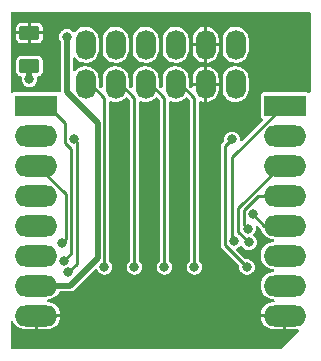
<source format=gbl>
G04 #@! TF.GenerationSoftware,KiCad,Pcbnew,7.0.10-unknown-1000.20240106gite38b948.fc38*
G04 #@! TF.CreationDate,2024-01-08T08:42:08+11:00*
G04 #@! TF.ProjectId,mikrobus-pmod-adapt,6d696b72-6f62-4757-932d-706d6f642d61,rev?*
G04 #@! TF.SameCoordinates,Original*
G04 #@! TF.FileFunction,Copper,L2,Bot*
G04 #@! TF.FilePolarity,Positive*
%FSLAX46Y46*%
G04 Gerber Fmt 4.6, Leading zero omitted, Abs format (unit mm)*
G04 Created by KiCad (PCBNEW 7.0.10-unknown-1000.20240106gite38b948.fc38) date 2024-01-08 08:42:08*
%MOMM*%
%LPD*%
G01*
G04 APERTURE LIST*
G04 Aperture macros list*
%AMRoundRect*
0 Rectangle with rounded corners*
0 $1 Rounding radius*
0 $2 $3 $4 $5 $6 $7 $8 $9 X,Y pos of 4 corners*
0 Add a 4 corners polygon primitive as box body*
4,1,4,$2,$3,$4,$5,$6,$7,$8,$9,$2,$3,0*
0 Add four circle primitives for the rounded corners*
1,1,$1+$1,$2,$3*
1,1,$1+$1,$4,$5*
1,1,$1+$1,$6,$7*
1,1,$1+$1,$8,$9*
0 Add four rect primitives between the rounded corners*
20,1,$1+$1,$2,$3,$4,$5,0*
20,1,$1+$1,$4,$5,$6,$7,0*
20,1,$1+$1,$6,$7,$8,$9,0*
20,1,$1+$1,$8,$9,$2,$3,0*%
G04 Aperture macros list end*
G04 #@! TA.AperFunction,ComponentPad*
%ADD10R,3.600000X1.800000*%
G04 #@! TD*
G04 #@! TA.AperFunction,ComponentPad*
%ADD11O,3.600000X1.800000*%
G04 #@! TD*
G04 #@! TA.AperFunction,ComponentPad*
%ADD12O,1.700000X2.540000*%
G04 #@! TD*
G04 #@! TA.AperFunction,SMDPad,CuDef*
%ADD13RoundRect,0.250000X0.625000X-0.375000X0.625000X0.375000X-0.625000X0.375000X-0.625000X-0.375000X0*%
G04 #@! TD*
G04 #@! TA.AperFunction,ViaPad*
%ADD14C,0.800000*%
G04 #@! TD*
G04 #@! TA.AperFunction,Conductor*
%ADD15C,0.500000*%
G04 #@! TD*
G04 #@! TA.AperFunction,Conductor*
%ADD16C,0.250000*%
G04 #@! TD*
G04 APERTURE END LIST*
D10*
G04 #@! TO.P,U1,A1,AN*
G04 #@! TO.N,/MD8*
X89470000Y-93650000D03*
D11*
G04 #@! TO.P,U1,A2,RST*
G04 #@! TO.N,/MD9*
X89470000Y-96190000D03*
G04 #@! TO.P,U1,A3,CS*
G04 #@! TO.N,/MD0*
X89470000Y-98730000D03*
G04 #@! TO.P,U1,A4,SCK*
G04 #@! TO.N,/MD3*
X89470000Y-101270000D03*
G04 #@! TO.P,U1,A5,MISO*
G04 #@! TO.N,/MD2*
X89470000Y-103810000D03*
G04 #@! TO.P,U1,A6,MOSI*
G04 #@! TO.N,/MD1*
X89470000Y-106350000D03*
G04 #@! TO.P,U1,A7,+3.3V*
G04 #@! TO.N,+3.3V*
X89470000Y-108890000D03*
G04 #@! TO.P,U1,A8,GND*
G04 #@! TO.N,GND*
X89470000Y-111430000D03*
D10*
G04 #@! TO.P,U1,B1,PWM*
G04 #@! TO.N,/MD10*
X110530000Y-93650000D03*
D11*
G04 #@! TO.P,U1,B2,INT*
G04 #@! TO.N,/MD11*
X110530000Y-96190000D03*
G04 #@! TO.P,U1,B3,RX*
G04 #@! TO.N,/MD4*
X110530000Y-98730000D03*
G04 #@! TO.P,U1,B4,TX*
G04 #@! TO.N,/MD5*
X110530000Y-101270000D03*
G04 #@! TO.P,U1,B5,SCL*
G04 #@! TO.N,/MD6*
X110530000Y-103810000D03*
G04 #@! TO.P,U1,B6,SDA*
G04 #@! TO.N,/MD7*
X110530000Y-106350000D03*
G04 #@! TO.P,U1,B7,+5V*
G04 #@! TO.N,unconnected-(U1-+5V-PadB7)*
X110530000Y-108890000D03*
G04 #@! TO.P,U1,B8,GND*
G04 #@! TO.N,GND*
X110530000Y-111430000D03*
G04 #@! TD*
D12*
G04 #@! TO.P,J1,1,D0*
G04 #@! TO.N,/PD0*
X93650000Y-91840000D03*
G04 #@! TO.P,J1,2,D1*
G04 #@! TO.N,/PD1*
X96190000Y-91840000D03*
G04 #@! TO.P,J1,3,D2*
G04 #@! TO.N,/PD2*
X98730000Y-91840000D03*
G04 #@! TO.P,J1,4,D3*
G04 #@! TO.N,/PD3*
X101270000Y-91840000D03*
G04 #@! TO.P,J1,5,GND1*
G04 #@! TO.N,GND*
X103810000Y-91840000D03*
G04 #@! TO.P,J1,6,VCC1*
G04 #@! TO.N,+3.3V*
X106350000Y-91840000D03*
G04 #@! TO.P,J1,7,D4*
G04 #@! TO.N,/PD4*
X93650000Y-88500000D03*
G04 #@! TO.P,J1,8,D5*
G04 #@! TO.N,/PD5*
X96190000Y-88500000D03*
G04 #@! TO.P,J1,9,D6*
G04 #@! TO.N,/PD6*
X98730000Y-88500000D03*
G04 #@! TO.P,J1,10,D7*
G04 #@! TO.N,/PD7*
X101270000Y-88500000D03*
G04 #@! TO.P,J1,11,GND2*
G04 #@! TO.N,GND*
X103810000Y-88500000D03*
G04 #@! TO.P,J1,12,VCC2*
G04 #@! TO.N,+3.3V*
X106350000Y-88500000D03*
G04 #@! TD*
D13*
G04 #@! TO.P,R1,1*
G04 #@! TO.N,Net-(LED1-K)*
X88900000Y-90300000D03*
G04 #@! TO.P,R1,2*
G04 #@! TO.N,GND*
X88900000Y-87500000D03*
G04 #@! TD*
D14*
G04 #@! TO.N,+3.3V*
X92075000Y-87816522D03*
G04 #@! TO.N,GND*
X109220000Y-86995000D03*
G04 #@! TO.N,/MD8*
X91851549Y-106771536D03*
G04 #@! TO.N,/PD0*
X95250000Y-107315000D03*
G04 #@! TO.N,/MD9*
X92710000Y-96520000D03*
X92183964Y-107767531D03*
G04 #@! TO.N,/PD1*
X97790000Y-107315000D03*
G04 #@! TO.N,/MD10*
X106255508Y-105109492D03*
G04 #@! TO.N,/PD2*
X100330000Y-107315000D03*
G04 #@! TO.N,/MD11*
X106045000Y-96520000D03*
X107315000Y-107315000D03*
G04 #@! TO.N,/PD3*
X102870000Y-107315000D03*
G04 #@! TO.N,/MD0*
X91675071Y-105270000D03*
G04 #@! TO.N,/MD4*
X107483516Y-105241484D03*
G04 #@! TO.N,/MD5*
X107400563Y-104062515D03*
G04 #@! TO.N,/MD6*
X107795539Y-102870000D03*
G04 #@! TO.N,Net-(LED1-K)*
X88900000Y-91440000D03*
G04 #@! TD*
D15*
G04 #@! TO.N,+3.3V*
X94675000Y-95123478D02*
X92075000Y-92523478D01*
X88570000Y-108890000D02*
X92334289Y-108890000D01*
X94675000Y-106549289D02*
X94675000Y-95123478D01*
X92075000Y-92523478D02*
X92075000Y-87816522D01*
X92334289Y-108890000D02*
X94675000Y-106549289D01*
D16*
G04 #@! TO.N,/MD8*
X91935000Y-95110000D02*
X91935000Y-96841016D01*
X90475000Y-93650000D02*
X91935000Y-95110000D01*
X92450071Y-106173014D02*
X91851549Y-106771536D01*
X91935000Y-96841016D02*
X92450071Y-97356087D01*
X92450071Y-97356087D02*
X92450071Y-106173014D01*
X88570000Y-93650000D02*
X90475000Y-93650000D01*
G04 #@! TO.N,/PD0*
X95250000Y-93040000D02*
X93650000Y-91440000D01*
X95250000Y-107315000D02*
X95250000Y-93040000D01*
G04 #@! TO.N,/MD9*
X92900071Y-96710071D02*
X92900071Y-107051424D01*
X92900071Y-107051424D02*
X92183964Y-107767531D01*
X92710000Y-96520000D02*
X92900071Y-96710071D01*
G04 #@! TO.N,/PD1*
X97790000Y-93040000D02*
X96190000Y-91440000D01*
X97790000Y-107315000D02*
X97790000Y-93040000D01*
G04 #@! TO.N,/MD10*
X106045000Y-104898984D02*
X106255508Y-105109492D01*
X111430000Y-93650000D02*
X110437588Y-93650000D01*
X110437588Y-93650000D02*
X106045000Y-98042588D01*
X106045000Y-98042588D02*
X106045000Y-104898984D01*
G04 #@! TO.N,/PD2*
X100330000Y-107315000D02*
X100330000Y-93040000D01*
X100330000Y-93040000D02*
X98730000Y-91440000D01*
G04 #@! TO.N,/MD11*
X105480508Y-97084492D02*
X106045000Y-96520000D01*
X107315000Y-107315000D02*
X105480508Y-105480508D01*
X105480508Y-105480508D02*
X105480508Y-97084492D01*
G04 #@! TO.N,/PD3*
X102870000Y-93040000D02*
X101270000Y-91440000D01*
X102870000Y-107315000D02*
X102870000Y-93040000D01*
G04 #@! TO.N,/MD0*
X89562412Y-98730000D02*
X92000071Y-101167659D01*
X92000071Y-101167659D02*
X92000071Y-104945000D01*
X92000071Y-104945000D02*
X91675071Y-105270000D01*
X88570000Y-98730000D02*
X89562412Y-98730000D01*
G04 #@! TO.N,/MD4*
X106570539Y-104328507D02*
X107483516Y-105241484D01*
X110183604Y-98730000D02*
X106570539Y-102343065D01*
X111430000Y-98730000D02*
X110183604Y-98730000D01*
X106570539Y-102343065D02*
X106570539Y-104328507D01*
G04 #@! TO.N,/MD5*
X111430000Y-101270000D02*
X108280000Y-101270000D01*
X107020539Y-103682491D02*
X107400563Y-104062515D01*
X107020539Y-102529461D02*
X107020539Y-103682491D01*
X108280000Y-101270000D02*
X107020539Y-102529461D01*
G04 #@! TO.N,/MD6*
X108735539Y-103810000D02*
X107795539Y-102870000D01*
X111430000Y-103810000D02*
X108735539Y-103810000D01*
D15*
G04 #@! TO.N,Net-(LED1-K)*
X88900000Y-91440000D02*
X88900000Y-90300000D01*
G04 #@! TD*
G04 #@! TA.AperFunction,Conductor*
G04 #@! TO.N,GND*
G36*
X112642539Y-85720185D02*
G01*
X112688294Y-85772989D01*
X112699500Y-85824500D01*
X112699500Y-92463630D01*
X112679815Y-92530669D01*
X112627011Y-92576424D01*
X112557853Y-92586368D01*
X112506612Y-92566733D01*
X112427740Y-92514034D01*
X112427739Y-92514033D01*
X112427735Y-92514032D01*
X112354677Y-92499500D01*
X112354674Y-92499500D01*
X108705326Y-92499500D01*
X108705323Y-92499500D01*
X108632264Y-92514032D01*
X108632260Y-92514033D01*
X108549399Y-92569399D01*
X108494033Y-92652260D01*
X108494032Y-92652264D01*
X108479500Y-92725321D01*
X108479500Y-94574678D01*
X108494032Y-94647735D01*
X108494033Y-94647739D01*
X108549399Y-94730601D01*
X108589549Y-94757428D01*
X108634354Y-94811040D01*
X108643061Y-94880365D01*
X108612907Y-94943392D01*
X108608339Y-94948211D01*
X106907894Y-96648655D01*
X106846571Y-96682140D01*
X106776879Y-96677156D01*
X106720946Y-96635284D01*
X106696529Y-96569820D01*
X106697116Y-96546035D01*
X106700278Y-96520000D01*
X106681237Y-96363182D01*
X106625220Y-96215477D01*
X106535483Y-96085470D01*
X106417240Y-95980717D01*
X106417238Y-95980716D01*
X106417237Y-95980715D01*
X106277365Y-95907303D01*
X106123986Y-95869500D01*
X106123985Y-95869500D01*
X105966015Y-95869500D01*
X105966014Y-95869500D01*
X105812634Y-95907303D01*
X105672762Y-95980715D01*
X105554516Y-96085471D01*
X105464781Y-96215475D01*
X105464780Y-96215476D01*
X105408762Y-96363181D01*
X105389722Y-96519999D01*
X105389722Y-96520001D01*
X105395896Y-96570853D01*
X105384435Y-96639776D01*
X105360481Y-96673479D01*
X105251614Y-96782346D01*
X105231757Y-96798472D01*
X105222672Y-96804407D01*
X105203228Y-96829388D01*
X105193082Y-96840880D01*
X105192991Y-96840971D01*
X105192982Y-96840981D01*
X105180910Y-96857889D01*
X105177849Y-96861995D01*
X105145700Y-96903300D01*
X105141955Y-96910221D01*
X105138496Y-96917296D01*
X105123565Y-96967447D01*
X105122003Y-96972323D01*
X105105008Y-97021830D01*
X105103714Y-97029584D01*
X105102739Y-97037403D01*
X105104902Y-97089683D01*
X105105008Y-97094808D01*
X105105008Y-105428704D01*
X105102370Y-105454142D01*
X105100141Y-105464776D01*
X105100141Y-105464778D01*
X105104056Y-105496183D01*
X105105008Y-105511521D01*
X105105008Y-105511624D01*
X105108426Y-105532111D01*
X105109165Y-105537177D01*
X105115642Y-105589135D01*
X105117881Y-105596655D01*
X105120443Y-105604119D01*
X105145335Y-105650116D01*
X105147679Y-105654669D01*
X105170680Y-105701716D01*
X105175250Y-105708117D01*
X105180089Y-105714334D01*
X105218616Y-105749801D01*
X105222288Y-105753325D01*
X106630481Y-107161518D01*
X106663966Y-107222841D01*
X106665896Y-107264143D01*
X106659722Y-107314997D01*
X106659722Y-107315000D01*
X106678762Y-107471818D01*
X106719455Y-107579115D01*
X106734780Y-107619523D01*
X106824517Y-107749530D01*
X106942760Y-107854283D01*
X106942762Y-107854284D01*
X107082634Y-107927696D01*
X107236014Y-107965500D01*
X107236015Y-107965500D01*
X107393985Y-107965500D01*
X107547365Y-107927696D01*
X107585593Y-107907632D01*
X107687240Y-107854283D01*
X107805483Y-107749530D01*
X107895220Y-107619523D01*
X107951237Y-107471818D01*
X107970278Y-107315000D01*
X107960275Y-107232613D01*
X107951237Y-107158181D01*
X107918210Y-107071097D01*
X107895220Y-107010477D01*
X107805483Y-106880470D01*
X107687240Y-106775717D01*
X107687238Y-106775716D01*
X107687237Y-106775715D01*
X107547365Y-106702303D01*
X107393986Y-106664500D01*
X107393985Y-106664500D01*
X107246900Y-106664500D01*
X107179861Y-106644815D01*
X107159219Y-106628181D01*
X106453152Y-105922114D01*
X106419667Y-105860791D01*
X106424651Y-105791099D01*
X106466523Y-105735166D01*
X106483207Y-105724637D01*
X106627746Y-105648776D01*
X106627745Y-105648776D01*
X106627748Y-105648775D01*
X106737989Y-105551111D01*
X106801220Y-105521390D01*
X106870483Y-105530574D01*
X106922263Y-105573486D01*
X106993033Y-105676014D01*
X107111276Y-105780767D01*
X107111278Y-105780768D01*
X107251150Y-105854180D01*
X107404530Y-105891984D01*
X107404531Y-105891984D01*
X107562501Y-105891984D01*
X107715881Y-105854180D01*
X107751678Y-105835392D01*
X107855756Y-105780767D01*
X107973999Y-105676014D01*
X108063736Y-105546007D01*
X108119753Y-105398302D01*
X108138794Y-105241484D01*
X108135487Y-105214244D01*
X108119753Y-105084665D01*
X108080936Y-104982315D01*
X108063736Y-104936961D01*
X107973999Y-104806954D01*
X107862381Y-104708070D01*
X107825254Y-104648880D01*
X107826022Y-104579015D01*
X107862381Y-104522439D01*
X107891046Y-104497045D01*
X107980783Y-104367038D01*
X108036800Y-104219333D01*
X108055841Y-104062515D01*
X108043710Y-103962610D01*
X108055170Y-103893690D01*
X108102074Y-103841903D01*
X108169529Y-103823696D01*
X108236120Y-103844848D01*
X108254487Y-103859985D01*
X108433388Y-104038886D01*
X108449517Y-104058747D01*
X108455455Y-104067836D01*
X108480429Y-104087274D01*
X108491961Y-104097459D01*
X108495660Y-104101159D01*
X108494830Y-104101988D01*
X108526563Y-104146549D01*
X108594015Y-104320666D01*
X108595702Y-104325019D01*
X108707948Y-104506302D01*
X108819004Y-104628124D01*
X108851593Y-104663872D01*
X109021746Y-104792367D01*
X109212606Y-104887403D01*
X109212608Y-104887403D01*
X109212611Y-104887405D01*
X109417690Y-104945756D01*
X109533954Y-104956529D01*
X109598891Y-104982315D01*
X109639579Y-105039115D01*
X109643099Y-105108896D01*
X109608334Y-105169503D01*
X109546321Y-105201693D01*
X109533958Y-105203470D01*
X109449147Y-105211329D01*
X109417689Y-105214244D01*
X109212607Y-105272596D01*
X109212605Y-105272596D01*
X109021746Y-105367632D01*
X108851593Y-105496127D01*
X108707947Y-105653699D01*
X108595702Y-105834980D01*
X108595701Y-105834982D01*
X108518680Y-106033799D01*
X108518679Y-106033802D01*
X108479500Y-106243390D01*
X108479500Y-106456610D01*
X108518679Y-106666198D01*
X108540605Y-106722796D01*
X108594015Y-106860666D01*
X108595702Y-106865019D01*
X108707948Y-107046302D01*
X108755545Y-107098513D01*
X108851593Y-107203872D01*
X109021746Y-107332367D01*
X109212606Y-107427403D01*
X109212608Y-107427403D01*
X109212611Y-107427405D01*
X109417690Y-107485756D01*
X109533954Y-107496529D01*
X109598891Y-107522315D01*
X109639579Y-107579115D01*
X109643099Y-107648896D01*
X109608334Y-107709503D01*
X109546321Y-107741693D01*
X109533958Y-107743470D01*
X109449147Y-107751329D01*
X109417689Y-107754244D01*
X109212607Y-107812596D01*
X109212605Y-107812596D01*
X109021746Y-107907632D01*
X108851593Y-108036127D01*
X108707947Y-108193699D01*
X108595702Y-108374980D01*
X108595701Y-108374982D01*
X108568947Y-108444044D01*
X108518679Y-108573802D01*
X108479500Y-108783390D01*
X108479500Y-108996610D01*
X108518679Y-109206198D01*
X108557190Y-109305608D01*
X108594015Y-109400666D01*
X108595702Y-109405019D01*
X108707948Y-109586302D01*
X108851593Y-109743872D01*
X109021746Y-109872367D01*
X109212606Y-109967403D01*
X109212608Y-109967403D01*
X109212611Y-109967405D01*
X109417690Y-110025756D01*
X109536665Y-110036780D01*
X109601601Y-110062566D01*
X109642289Y-110119366D01*
X109645809Y-110189147D01*
X109611044Y-110249754D01*
X109549032Y-110281944D01*
X109536664Y-110283722D01*
X109417783Y-110294737D01*
X109417780Y-110294738D01*
X109212803Y-110353058D01*
X109212783Y-110353066D01*
X109022010Y-110448059D01*
X108851928Y-110576500D01*
X108708348Y-110734000D01*
X108708346Y-110734002D01*
X108596153Y-110915201D01*
X108596149Y-110915210D01*
X108519163Y-111113936D01*
X108519162Y-111113941D01*
X108483446Y-111305000D01*
X110531000Y-111305000D01*
X110598039Y-111324685D01*
X110643794Y-111377489D01*
X110655000Y-111429000D01*
X110655000Y-112580000D01*
X111483166Y-112580000D01*
X111577782Y-112571232D01*
X111646352Y-112584647D01*
X111696784Y-112633003D01*
X111713067Y-112700949D01*
X111690030Y-112766912D01*
X111676905Y-112782384D01*
X110196111Y-114263181D01*
X110134788Y-114296666D01*
X110108430Y-114299500D01*
X87424500Y-114299500D01*
X87357461Y-114279815D01*
X87311706Y-114227011D01*
X87300500Y-114175500D01*
X87300500Y-111998758D01*
X87320185Y-111931719D01*
X87372989Y-111885964D01*
X87442147Y-111876020D01*
X87505703Y-111905045D01*
X87532865Y-111940087D01*
X87533134Y-111939921D01*
X87534710Y-111942466D01*
X87535498Y-111943483D01*
X87536149Y-111944791D01*
X87648346Y-112125997D01*
X87648348Y-112125999D01*
X87791928Y-112283499D01*
X87962010Y-112411940D01*
X88152783Y-112506933D01*
X88152803Y-112506941D01*
X88357780Y-112565261D01*
X88357783Y-112565262D01*
X88516833Y-112580000D01*
X89345000Y-112580000D01*
X89345000Y-111555000D01*
X89595000Y-111555000D01*
X89595000Y-112580000D01*
X90423167Y-112580000D01*
X90582216Y-112565262D01*
X90582219Y-112565261D01*
X90787196Y-112506941D01*
X90787216Y-112506933D01*
X90977989Y-112411940D01*
X91148071Y-112283499D01*
X91291651Y-112125999D01*
X91291653Y-112125997D01*
X91403846Y-111944798D01*
X91403850Y-111944789D01*
X91480836Y-111746063D01*
X91480837Y-111746058D01*
X91516554Y-111555000D01*
X108483446Y-111555000D01*
X108519162Y-111746058D01*
X108519163Y-111746063D01*
X108596149Y-111944789D01*
X108596153Y-111944798D01*
X108708346Y-112125997D01*
X108708348Y-112125999D01*
X108851928Y-112283499D01*
X109022010Y-112411940D01*
X109212783Y-112506933D01*
X109212803Y-112506941D01*
X109417780Y-112565261D01*
X109417783Y-112565262D01*
X109576833Y-112580000D01*
X110405000Y-112580000D01*
X110405000Y-111555000D01*
X108483446Y-111555000D01*
X91516554Y-111555000D01*
X89595000Y-111555000D01*
X89345000Y-111555000D01*
X89345000Y-111429000D01*
X89364685Y-111361961D01*
X89417489Y-111316206D01*
X89469000Y-111305000D01*
X91516554Y-111305000D01*
X91480837Y-111113941D01*
X91480836Y-111113936D01*
X91403850Y-110915210D01*
X91403846Y-110915201D01*
X91291653Y-110734002D01*
X91291651Y-110734000D01*
X91148071Y-110576500D01*
X90977989Y-110448059D01*
X90787216Y-110353066D01*
X90787196Y-110353058D01*
X90582219Y-110294738D01*
X90582216Y-110294737D01*
X90463335Y-110283722D01*
X90398398Y-110257936D01*
X90357710Y-110201135D01*
X90354190Y-110131354D01*
X90388955Y-110070748D01*
X90450968Y-110038558D01*
X90463326Y-110036781D01*
X90582310Y-110025756D01*
X90787389Y-109967405D01*
X90787393Y-109967403D01*
X90787394Y-109967403D01*
X90978253Y-109872367D01*
X90978253Y-109872366D01*
X90978255Y-109872366D01*
X91148407Y-109743872D01*
X91292052Y-109586302D01*
X91355565Y-109483724D01*
X91376929Y-109449222D01*
X91428957Y-109402587D01*
X91482356Y-109390500D01*
X92267146Y-109390500D01*
X92293504Y-109393334D01*
X92298216Y-109394359D01*
X92347750Y-109390815D01*
X92356597Y-109390500D01*
X92370088Y-109390500D01*
X92383445Y-109388579D01*
X92392240Y-109387633D01*
X92441772Y-109384091D01*
X92446281Y-109382408D01*
X92471974Y-109375850D01*
X92476746Y-109375165D01*
X92521926Y-109354530D01*
X92530090Y-109351149D01*
X92576620Y-109333796D01*
X92580478Y-109330907D01*
X92603284Y-109317375D01*
X92607662Y-109315377D01*
X92645188Y-109282859D01*
X92652067Y-109277316D01*
X92662882Y-109269221D01*
X92672444Y-109259658D01*
X92678894Y-109253653D01*
X92716432Y-109221128D01*
X92719040Y-109217068D01*
X92735670Y-109196431D01*
X94435948Y-107496152D01*
X94497269Y-107462669D01*
X94566961Y-107467653D01*
X94622894Y-107509525D01*
X94639569Y-107539863D01*
X94666437Y-107610709D01*
X94669781Y-107619525D01*
X94695470Y-107656742D01*
X94759517Y-107749530D01*
X94877760Y-107854283D01*
X94877762Y-107854284D01*
X95017634Y-107927696D01*
X95171014Y-107965500D01*
X95171015Y-107965500D01*
X95328985Y-107965500D01*
X95482365Y-107927696D01*
X95520593Y-107907632D01*
X95622240Y-107854283D01*
X95740483Y-107749530D01*
X95830220Y-107619523D01*
X95886237Y-107471818D01*
X95905278Y-107315000D01*
X95895275Y-107232613D01*
X95886237Y-107158181D01*
X95853210Y-107071097D01*
X95830220Y-107010477D01*
X95740483Y-106880470D01*
X95731137Y-106872190D01*
X95667273Y-106815611D01*
X95630146Y-106756422D01*
X95625500Y-106722796D01*
X95625500Y-93403308D01*
X95645185Y-93336269D01*
X95697989Y-93290514D01*
X95767147Y-93280570D01*
X95790056Y-93286128D01*
X95842355Y-93304229D01*
X95929367Y-93334344D01*
X96137398Y-93364254D01*
X96347330Y-93354254D01*
X96551576Y-93304704D01*
X96678151Y-93246899D01*
X96742743Y-93217401D01*
X96742746Y-93217399D01*
X96742753Y-93217396D01*
X96913952Y-93095486D01*
X97021804Y-92982372D01*
X97082310Y-92947440D01*
X97152100Y-92950763D01*
X97199226Y-92980263D01*
X97378181Y-93159218D01*
X97411666Y-93220541D01*
X97414500Y-93246899D01*
X97414500Y-106722796D01*
X97394815Y-106789835D01*
X97372727Y-106815611D01*
X97299518Y-106880468D01*
X97209781Y-107010475D01*
X97209780Y-107010476D01*
X97153762Y-107158181D01*
X97134722Y-107314999D01*
X97134722Y-107315000D01*
X97153762Y-107471818D01*
X97194455Y-107579115D01*
X97209780Y-107619523D01*
X97299517Y-107749530D01*
X97417760Y-107854283D01*
X97417762Y-107854284D01*
X97557634Y-107927696D01*
X97711014Y-107965500D01*
X97711015Y-107965500D01*
X97868985Y-107965500D01*
X98022365Y-107927696D01*
X98060593Y-107907632D01*
X98162240Y-107854283D01*
X98280483Y-107749530D01*
X98370220Y-107619523D01*
X98426237Y-107471818D01*
X98445278Y-107315000D01*
X98435275Y-107232613D01*
X98426237Y-107158181D01*
X98393210Y-107071097D01*
X98370220Y-107010477D01*
X98280483Y-106880470D01*
X98271137Y-106872190D01*
X98207273Y-106815611D01*
X98170146Y-106756422D01*
X98165500Y-106722796D01*
X98165500Y-93403308D01*
X98185185Y-93336269D01*
X98237989Y-93290514D01*
X98307147Y-93280570D01*
X98330056Y-93286128D01*
X98382355Y-93304229D01*
X98469367Y-93334344D01*
X98677398Y-93364254D01*
X98887330Y-93354254D01*
X99091576Y-93304704D01*
X99218151Y-93246899D01*
X99282743Y-93217401D01*
X99282746Y-93217399D01*
X99282753Y-93217396D01*
X99453952Y-93095486D01*
X99561804Y-92982372D01*
X99622310Y-92947440D01*
X99692100Y-92950763D01*
X99739226Y-92980263D01*
X99918181Y-93159218D01*
X99951666Y-93220541D01*
X99954500Y-93246899D01*
X99954500Y-106722796D01*
X99934815Y-106789835D01*
X99912727Y-106815611D01*
X99839518Y-106880468D01*
X99749781Y-107010475D01*
X99749780Y-107010476D01*
X99693762Y-107158181D01*
X99674722Y-107314999D01*
X99674722Y-107315000D01*
X99693762Y-107471818D01*
X99734455Y-107579115D01*
X99749780Y-107619523D01*
X99839517Y-107749530D01*
X99957760Y-107854283D01*
X99957762Y-107854284D01*
X100097634Y-107927696D01*
X100251014Y-107965500D01*
X100251015Y-107965500D01*
X100408985Y-107965500D01*
X100562365Y-107927696D01*
X100600593Y-107907632D01*
X100702240Y-107854283D01*
X100820483Y-107749530D01*
X100910220Y-107619523D01*
X100966237Y-107471818D01*
X100985278Y-107315000D01*
X100975275Y-107232613D01*
X100966237Y-107158181D01*
X100933210Y-107071097D01*
X100910220Y-107010477D01*
X100820483Y-106880470D01*
X100811137Y-106872190D01*
X100747273Y-106815611D01*
X100710146Y-106756422D01*
X100705500Y-106722796D01*
X100705500Y-93403308D01*
X100725185Y-93336269D01*
X100777989Y-93290514D01*
X100847147Y-93280570D01*
X100870056Y-93286128D01*
X100922355Y-93304229D01*
X101009367Y-93334344D01*
X101217398Y-93364254D01*
X101427330Y-93354254D01*
X101631576Y-93304704D01*
X101758151Y-93246899D01*
X101822743Y-93217401D01*
X101822746Y-93217399D01*
X101822753Y-93217396D01*
X101993952Y-93095486D01*
X102101804Y-92982372D01*
X102162310Y-92947440D01*
X102232100Y-92950763D01*
X102279226Y-92980263D01*
X102458181Y-93159218D01*
X102491666Y-93220541D01*
X102494500Y-93246899D01*
X102494500Y-106722796D01*
X102474815Y-106789835D01*
X102452727Y-106815611D01*
X102379518Y-106880468D01*
X102289781Y-107010475D01*
X102289780Y-107010476D01*
X102233762Y-107158181D01*
X102214722Y-107314999D01*
X102214722Y-107315000D01*
X102233762Y-107471818D01*
X102274455Y-107579115D01*
X102289780Y-107619523D01*
X102379517Y-107749530D01*
X102497760Y-107854283D01*
X102497762Y-107854284D01*
X102637634Y-107927696D01*
X102791014Y-107965500D01*
X102791015Y-107965500D01*
X102948985Y-107965500D01*
X103102365Y-107927696D01*
X103140593Y-107907632D01*
X103242240Y-107854283D01*
X103360483Y-107749530D01*
X103450220Y-107619523D01*
X103506237Y-107471818D01*
X103525278Y-107315000D01*
X103515275Y-107232613D01*
X103506237Y-107158181D01*
X103473210Y-107071097D01*
X103450220Y-107010477D01*
X103360483Y-106880470D01*
X103351137Y-106872190D01*
X103287273Y-106815611D01*
X103250146Y-106756422D01*
X103245500Y-106722796D01*
X103245500Y-93402778D01*
X103265185Y-93335739D01*
X103317989Y-93289984D01*
X103387147Y-93280040D01*
X103410057Y-93285598D01*
X103549484Y-93333855D01*
X103684999Y-93353339D01*
X103685000Y-93353339D01*
X103685000Y-91965000D01*
X103935000Y-91965000D01*
X103935000Y-93355292D01*
X103967254Y-93353757D01*
X104171409Y-93304229D01*
X104362507Y-93216959D01*
X104533619Y-93095110D01*
X104533625Y-93095104D01*
X104678592Y-92943067D01*
X104792166Y-92766342D01*
X104870244Y-92571314D01*
X104910000Y-92365037D01*
X104910000Y-92312425D01*
X105249500Y-92312425D01*
X105264472Y-92469218D01*
X105323684Y-92670875D01*
X105380118Y-92780342D01*
X105419991Y-92857686D01*
X105549905Y-93022883D01*
X105549909Y-93022887D01*
X105708746Y-93160521D01*
X105890750Y-93265601D01*
X105890752Y-93265601D01*
X105890756Y-93265604D01*
X106089367Y-93334344D01*
X106297398Y-93364254D01*
X106507330Y-93354254D01*
X106711576Y-93304704D01*
X106838151Y-93246899D01*
X106902743Y-93217401D01*
X106902746Y-93217399D01*
X106902753Y-93217396D01*
X107073952Y-93095486D01*
X107074317Y-93095104D01*
X107218985Y-92943379D01*
X107219186Y-92943067D01*
X107332613Y-92766572D01*
X107410725Y-92571457D01*
X107450500Y-92365085D01*
X107450500Y-91367575D01*
X107435528Y-91210782D01*
X107376316Y-91009125D01*
X107280011Y-90822318D01*
X107280009Y-90822316D01*
X107280008Y-90822313D01*
X107150094Y-90657116D01*
X107150090Y-90657112D01*
X106991253Y-90519478D01*
X106809249Y-90414398D01*
X106809245Y-90414396D01*
X106809244Y-90414396D01*
X106610633Y-90345656D01*
X106402602Y-90315746D01*
X106402598Y-90315746D01*
X106192672Y-90325745D01*
X105988421Y-90375296D01*
X105988417Y-90375298D01*
X105797256Y-90462598D01*
X105797251Y-90462601D01*
X105626046Y-90584515D01*
X105626040Y-90584520D01*
X105481014Y-90736620D01*
X105367388Y-90913425D01*
X105289274Y-91108544D01*
X105265836Y-91230156D01*
X105249500Y-91314915D01*
X105249500Y-92312425D01*
X104910000Y-92312425D01*
X104910000Y-91965000D01*
X103935000Y-91965000D01*
X103685000Y-91965000D01*
X102710000Y-91965000D01*
X102710000Y-92049600D01*
X102690315Y-92116639D01*
X102637511Y-92162394D01*
X102568353Y-92172338D01*
X102504797Y-92143313D01*
X102498319Y-92137281D01*
X102406819Y-92045781D01*
X102373334Y-91984458D01*
X102370500Y-91958100D01*
X102370500Y-91715000D01*
X102710000Y-91715000D01*
X103392380Y-91715000D01*
X103428239Y-91770798D01*
X103536900Y-91864952D01*
X103667685Y-91924680D01*
X103774237Y-91940000D01*
X103845763Y-91940000D01*
X103952315Y-91924680D01*
X104083100Y-91864952D01*
X104191761Y-91770798D01*
X104227620Y-91715000D01*
X104910000Y-91715000D01*
X104910000Y-91367601D01*
X104895034Y-91210877D01*
X104895033Y-91210873D01*
X104835850Y-91009313D01*
X104739586Y-90822585D01*
X104609731Y-90657462D01*
X104609728Y-90657459D01*
X104450969Y-90519894D01*
X104450958Y-90519885D01*
X104269039Y-90414855D01*
X104269032Y-90414852D01*
X104070516Y-90346144D01*
X103935000Y-90326660D01*
X103935000Y-90952830D01*
X103845763Y-90940000D01*
X103774237Y-90940000D01*
X103685000Y-90952830D01*
X103685000Y-90324705D01*
X103684999Y-90324705D01*
X103652745Y-90326242D01*
X103448590Y-90375770D01*
X103257492Y-90463040D01*
X103086380Y-90584889D01*
X103086374Y-90584895D01*
X102941407Y-90736932D01*
X102827833Y-90913657D01*
X102749755Y-91108685D01*
X102710000Y-91314962D01*
X102710000Y-91715000D01*
X102370500Y-91715000D01*
X102370500Y-91367580D01*
X102370500Y-91367575D01*
X102355528Y-91210782D01*
X102296316Y-91009125D01*
X102200011Y-90822318D01*
X102200009Y-90822316D01*
X102200008Y-90822313D01*
X102070094Y-90657116D01*
X102070090Y-90657112D01*
X101911253Y-90519478D01*
X101729249Y-90414398D01*
X101729245Y-90414396D01*
X101729244Y-90414396D01*
X101530633Y-90345656D01*
X101322602Y-90315746D01*
X101322598Y-90315746D01*
X101112672Y-90325745D01*
X100908421Y-90375296D01*
X100908417Y-90375298D01*
X100717256Y-90462598D01*
X100717251Y-90462601D01*
X100546046Y-90584515D01*
X100546040Y-90584520D01*
X100401014Y-90736620D01*
X100287388Y-90913425D01*
X100209274Y-91108544D01*
X100169500Y-91314914D01*
X100169500Y-92049100D01*
X100149815Y-92116139D01*
X100097011Y-92161894D01*
X100027853Y-92171838D01*
X99964297Y-92142813D01*
X99957819Y-92136781D01*
X99866819Y-92045781D01*
X99833334Y-91984458D01*
X99830500Y-91958100D01*
X99830500Y-91367580D01*
X99830500Y-91367575D01*
X99815528Y-91210782D01*
X99756316Y-91009125D01*
X99660011Y-90822318D01*
X99660009Y-90822316D01*
X99660008Y-90822313D01*
X99530094Y-90657116D01*
X99530090Y-90657112D01*
X99371253Y-90519478D01*
X99189249Y-90414398D01*
X99189245Y-90414396D01*
X99189244Y-90414396D01*
X98990633Y-90345656D01*
X98782602Y-90315746D01*
X98782598Y-90315746D01*
X98572672Y-90325745D01*
X98368421Y-90375296D01*
X98368417Y-90375298D01*
X98177256Y-90462598D01*
X98177251Y-90462601D01*
X98006046Y-90584515D01*
X98006040Y-90584520D01*
X97861014Y-90736620D01*
X97747388Y-90913425D01*
X97669274Y-91108544D01*
X97629500Y-91314914D01*
X97629500Y-92049100D01*
X97609815Y-92116139D01*
X97557011Y-92161894D01*
X97487853Y-92171838D01*
X97424297Y-92142813D01*
X97417819Y-92136781D01*
X97326819Y-92045781D01*
X97293334Y-91984458D01*
X97290500Y-91958100D01*
X97290500Y-91367580D01*
X97290500Y-91367575D01*
X97275528Y-91210782D01*
X97216316Y-91009125D01*
X97120011Y-90822318D01*
X97120009Y-90822316D01*
X97120008Y-90822313D01*
X96990094Y-90657116D01*
X96990090Y-90657112D01*
X96831253Y-90519478D01*
X96649249Y-90414398D01*
X96649245Y-90414396D01*
X96649244Y-90414396D01*
X96450633Y-90345656D01*
X96242602Y-90315746D01*
X96242598Y-90315746D01*
X96032672Y-90325745D01*
X95828421Y-90375296D01*
X95828417Y-90375298D01*
X95637256Y-90462598D01*
X95637251Y-90462601D01*
X95466046Y-90584515D01*
X95466040Y-90584520D01*
X95321014Y-90736620D01*
X95207388Y-90913425D01*
X95129274Y-91108544D01*
X95089500Y-91314914D01*
X95089500Y-92049100D01*
X95069815Y-92116139D01*
X95017011Y-92161894D01*
X94947853Y-92171838D01*
X94884297Y-92142813D01*
X94877819Y-92136781D01*
X94786819Y-92045781D01*
X94753334Y-91984458D01*
X94750500Y-91958100D01*
X94750500Y-91367580D01*
X94750500Y-91367575D01*
X94735528Y-91210782D01*
X94676316Y-91009125D01*
X94580011Y-90822318D01*
X94580009Y-90822316D01*
X94580008Y-90822313D01*
X94450094Y-90657116D01*
X94450090Y-90657112D01*
X94291253Y-90519478D01*
X94109249Y-90414398D01*
X94109245Y-90414396D01*
X94109244Y-90414396D01*
X93910633Y-90345656D01*
X93702602Y-90315746D01*
X93702598Y-90315746D01*
X93492672Y-90325745D01*
X93288421Y-90375296D01*
X93288417Y-90375298D01*
X93097256Y-90462598D01*
X93097251Y-90462601D01*
X92926046Y-90584515D01*
X92789243Y-90727991D01*
X92728734Y-90762926D01*
X92658944Y-90759601D01*
X92602029Y-90719073D01*
X92576061Y-90654208D01*
X92575500Y-90642421D01*
X92575500Y-89692223D01*
X92595185Y-89625184D01*
X92647989Y-89579429D01*
X92717147Y-89569485D01*
X92780703Y-89598510D01*
X92796970Y-89615571D01*
X92849905Y-89682883D01*
X92849909Y-89682887D01*
X93008746Y-89820521D01*
X93190750Y-89925601D01*
X93190752Y-89925601D01*
X93190756Y-89925604D01*
X93389367Y-89994344D01*
X93597398Y-90024254D01*
X93807330Y-90014254D01*
X94011576Y-89964704D01*
X94098200Y-89925144D01*
X94202743Y-89877401D01*
X94202746Y-89877399D01*
X94202753Y-89877396D01*
X94373952Y-89755486D01*
X94374317Y-89755104D01*
X94518985Y-89603379D01*
X94534377Y-89579429D01*
X94632613Y-89426572D01*
X94710725Y-89231457D01*
X94750500Y-89025085D01*
X94750500Y-88972425D01*
X95089500Y-88972425D01*
X95102622Y-89109844D01*
X95104472Y-89129217D01*
X95104473Y-89129221D01*
X95163628Y-89330686D01*
X95163684Y-89330875D01*
X95250161Y-89498619D01*
X95259991Y-89517686D01*
X95389905Y-89682883D01*
X95389909Y-89682887D01*
X95548746Y-89820521D01*
X95730750Y-89925601D01*
X95730752Y-89925601D01*
X95730756Y-89925604D01*
X95929367Y-89994344D01*
X96137398Y-90024254D01*
X96347330Y-90014254D01*
X96551576Y-89964704D01*
X96638200Y-89925144D01*
X96742743Y-89877401D01*
X96742746Y-89877399D01*
X96742753Y-89877396D01*
X96913952Y-89755486D01*
X96914317Y-89755104D01*
X97058985Y-89603379D01*
X97074377Y-89579429D01*
X97172613Y-89426572D01*
X97250725Y-89231457D01*
X97290500Y-89025085D01*
X97290500Y-88972425D01*
X97629500Y-88972425D01*
X97642622Y-89109844D01*
X97644472Y-89129217D01*
X97644473Y-89129221D01*
X97703628Y-89330686D01*
X97703684Y-89330875D01*
X97790161Y-89498619D01*
X97799991Y-89517686D01*
X97929905Y-89682883D01*
X97929909Y-89682887D01*
X98088746Y-89820521D01*
X98270750Y-89925601D01*
X98270752Y-89925601D01*
X98270756Y-89925604D01*
X98469367Y-89994344D01*
X98677398Y-90024254D01*
X98887330Y-90014254D01*
X99091576Y-89964704D01*
X99178200Y-89925144D01*
X99282743Y-89877401D01*
X99282746Y-89877399D01*
X99282753Y-89877396D01*
X99453952Y-89755486D01*
X99454317Y-89755104D01*
X99598985Y-89603379D01*
X99614377Y-89579429D01*
X99712613Y-89426572D01*
X99790725Y-89231457D01*
X99830500Y-89025085D01*
X99830500Y-88972425D01*
X100169500Y-88972425D01*
X100182622Y-89109844D01*
X100184472Y-89129217D01*
X100184473Y-89129221D01*
X100243628Y-89330686D01*
X100243684Y-89330875D01*
X100330161Y-89498619D01*
X100339991Y-89517686D01*
X100469905Y-89682883D01*
X100469909Y-89682887D01*
X100628746Y-89820521D01*
X100810750Y-89925601D01*
X100810752Y-89925601D01*
X100810756Y-89925604D01*
X101009367Y-89994344D01*
X101217398Y-90024254D01*
X101427330Y-90014254D01*
X101631576Y-89964704D01*
X101718200Y-89925144D01*
X101822743Y-89877401D01*
X101822746Y-89877399D01*
X101822753Y-89877396D01*
X101993952Y-89755486D01*
X101994317Y-89755104D01*
X102138985Y-89603379D01*
X102154377Y-89579429D01*
X102252613Y-89426572D01*
X102330725Y-89231457D01*
X102370500Y-89025085D01*
X102370500Y-88972398D01*
X102710000Y-88972398D01*
X102724965Y-89129122D01*
X102724966Y-89129126D01*
X102784149Y-89330686D01*
X102880413Y-89517414D01*
X103010268Y-89682537D01*
X103010271Y-89682540D01*
X103169030Y-89820105D01*
X103169041Y-89820114D01*
X103350960Y-89925144D01*
X103350967Y-89925147D01*
X103549484Y-89993855D01*
X103684999Y-90013339D01*
X103685000Y-90013339D01*
X103685000Y-89387169D01*
X103774237Y-89400000D01*
X103845763Y-89400000D01*
X103935000Y-89387169D01*
X103935000Y-90015292D01*
X103967254Y-90013757D01*
X104171409Y-89964229D01*
X104362507Y-89876959D01*
X104533619Y-89755110D01*
X104533625Y-89755104D01*
X104678592Y-89603067D01*
X104792166Y-89426342D01*
X104870244Y-89231314D01*
X104910000Y-89025037D01*
X104910000Y-88972425D01*
X105249500Y-88972425D01*
X105262622Y-89109844D01*
X105264472Y-89129217D01*
X105264473Y-89129221D01*
X105323628Y-89330686D01*
X105323684Y-89330875D01*
X105410161Y-89498619D01*
X105419991Y-89517686D01*
X105549905Y-89682883D01*
X105549909Y-89682887D01*
X105708746Y-89820521D01*
X105890750Y-89925601D01*
X105890752Y-89925601D01*
X105890756Y-89925604D01*
X106089367Y-89994344D01*
X106297398Y-90024254D01*
X106507330Y-90014254D01*
X106711576Y-89964704D01*
X106798200Y-89925144D01*
X106902743Y-89877401D01*
X106902746Y-89877399D01*
X106902753Y-89877396D01*
X107073952Y-89755486D01*
X107074317Y-89755104D01*
X107218985Y-89603379D01*
X107234377Y-89579429D01*
X107332613Y-89426572D01*
X107410725Y-89231457D01*
X107450500Y-89025085D01*
X107450500Y-88027575D01*
X107435528Y-87870782D01*
X107376316Y-87669125D01*
X107280011Y-87482318D01*
X107280009Y-87482316D01*
X107280008Y-87482313D01*
X107150094Y-87317116D01*
X107150090Y-87317112D01*
X106991253Y-87179478D01*
X106809249Y-87074398D01*
X106809245Y-87074396D01*
X106809244Y-87074396D01*
X106610633Y-87005656D01*
X106402602Y-86975746D01*
X106402598Y-86975746D01*
X106192672Y-86985745D01*
X105988421Y-87035296D01*
X105988417Y-87035298D01*
X105797256Y-87122598D01*
X105797251Y-87122601D01*
X105626046Y-87244515D01*
X105626040Y-87244520D01*
X105481014Y-87396620D01*
X105367388Y-87573425D01*
X105289274Y-87768544D01*
X105249500Y-87974914D01*
X105249500Y-87974915D01*
X105249500Y-88972425D01*
X104910000Y-88972425D01*
X104910000Y-88625000D01*
X104227620Y-88625000D01*
X104191761Y-88569202D01*
X104083100Y-88475048D01*
X103952315Y-88415320D01*
X103845763Y-88400000D01*
X103774237Y-88400000D01*
X103667685Y-88415320D01*
X103536900Y-88475048D01*
X103428239Y-88569202D01*
X103392380Y-88625000D01*
X102710000Y-88625000D01*
X102710000Y-88972398D01*
X102370500Y-88972398D01*
X102370500Y-88375000D01*
X102710000Y-88375000D01*
X103685000Y-88375000D01*
X103685000Y-86986660D01*
X103935000Y-86986660D01*
X103935000Y-88375000D01*
X104910000Y-88375000D01*
X104910000Y-88027601D01*
X104895034Y-87870877D01*
X104895033Y-87870873D01*
X104835850Y-87669313D01*
X104739586Y-87482585D01*
X104609731Y-87317462D01*
X104609728Y-87317459D01*
X104450969Y-87179894D01*
X104450958Y-87179885D01*
X104269039Y-87074855D01*
X104269032Y-87074852D01*
X104070516Y-87006144D01*
X103935000Y-86986660D01*
X103685000Y-86986660D01*
X103685000Y-86984705D01*
X103684999Y-86984705D01*
X103652745Y-86986242D01*
X103448590Y-87035770D01*
X103257492Y-87123040D01*
X103086380Y-87244889D01*
X103086374Y-87244895D01*
X102941407Y-87396932D01*
X102827833Y-87573657D01*
X102749755Y-87768685D01*
X102710000Y-87974962D01*
X102710000Y-88375000D01*
X102370500Y-88375000D01*
X102370500Y-88027575D01*
X102355528Y-87870782D01*
X102296316Y-87669125D01*
X102200011Y-87482318D01*
X102200009Y-87482316D01*
X102200008Y-87482313D01*
X102070094Y-87317116D01*
X102070090Y-87317112D01*
X101911253Y-87179478D01*
X101729249Y-87074398D01*
X101729245Y-87074396D01*
X101729244Y-87074396D01*
X101530633Y-87005656D01*
X101322602Y-86975746D01*
X101322598Y-86975746D01*
X101112672Y-86985745D01*
X100908421Y-87035296D01*
X100908417Y-87035298D01*
X100717256Y-87122598D01*
X100717251Y-87122601D01*
X100546046Y-87244515D01*
X100546040Y-87244520D01*
X100401014Y-87396620D01*
X100287388Y-87573425D01*
X100209274Y-87768544D01*
X100169500Y-87974914D01*
X100169500Y-87974915D01*
X100169500Y-88972425D01*
X99830500Y-88972425D01*
X99830500Y-88027575D01*
X99815528Y-87870782D01*
X99756316Y-87669125D01*
X99660011Y-87482318D01*
X99660009Y-87482316D01*
X99660008Y-87482313D01*
X99530094Y-87317116D01*
X99530090Y-87317112D01*
X99371253Y-87179478D01*
X99189249Y-87074398D01*
X99189245Y-87074396D01*
X99189244Y-87074396D01*
X98990633Y-87005656D01*
X98782602Y-86975746D01*
X98782598Y-86975746D01*
X98572672Y-86985745D01*
X98368421Y-87035296D01*
X98368417Y-87035298D01*
X98177256Y-87122598D01*
X98177251Y-87122601D01*
X98006046Y-87244515D01*
X98006040Y-87244520D01*
X97861014Y-87396620D01*
X97747388Y-87573425D01*
X97669274Y-87768544D01*
X97629500Y-87974914D01*
X97629500Y-87974915D01*
X97629500Y-88972425D01*
X97290500Y-88972425D01*
X97290500Y-88027575D01*
X97275528Y-87870782D01*
X97216316Y-87669125D01*
X97120011Y-87482318D01*
X97120009Y-87482316D01*
X97120008Y-87482313D01*
X96990094Y-87317116D01*
X96990090Y-87317112D01*
X96831253Y-87179478D01*
X96649249Y-87074398D01*
X96649245Y-87074396D01*
X96649244Y-87074396D01*
X96450633Y-87005656D01*
X96242602Y-86975746D01*
X96242598Y-86975746D01*
X96032672Y-86985745D01*
X95828421Y-87035296D01*
X95828417Y-87035298D01*
X95637256Y-87122598D01*
X95637251Y-87122601D01*
X95466046Y-87244515D01*
X95466040Y-87244520D01*
X95321014Y-87396620D01*
X95207388Y-87573425D01*
X95129274Y-87768544D01*
X95089500Y-87974914D01*
X95089500Y-87974915D01*
X95089500Y-88972425D01*
X94750500Y-88972425D01*
X94750500Y-88027575D01*
X94735528Y-87870782D01*
X94676316Y-87669125D01*
X94580011Y-87482318D01*
X94580009Y-87482316D01*
X94580008Y-87482313D01*
X94450094Y-87317116D01*
X94450090Y-87317112D01*
X94291253Y-87179478D01*
X94109249Y-87074398D01*
X94109245Y-87074396D01*
X94109244Y-87074396D01*
X93910633Y-87005656D01*
X93702602Y-86975746D01*
X93702598Y-86975746D01*
X93492672Y-86985745D01*
X93288421Y-87035296D01*
X93288417Y-87035298D01*
X93097256Y-87122598D01*
X93097251Y-87122601D01*
X92926046Y-87244515D01*
X92926040Y-87244520D01*
X92781012Y-87396622D01*
X92777360Y-87401267D01*
X92775811Y-87400049D01*
X92729752Y-87439933D01*
X92660590Y-87449853D01*
X92597044Y-87420806D01*
X92576231Y-87397563D01*
X92565483Y-87381992D01*
X92447240Y-87277239D01*
X92447238Y-87277238D01*
X92447237Y-87277237D01*
X92307365Y-87203825D01*
X92153986Y-87166022D01*
X92153985Y-87166022D01*
X91996015Y-87166022D01*
X91996014Y-87166022D01*
X91842634Y-87203825D01*
X91702762Y-87277237D01*
X91657357Y-87317462D01*
X91592410Y-87375000D01*
X91584516Y-87381993D01*
X91494781Y-87511997D01*
X91494780Y-87511998D01*
X91438762Y-87659703D01*
X91419722Y-87816521D01*
X91419722Y-87816522D01*
X91438762Y-87973340D01*
X91494780Y-88121045D01*
X91494780Y-88121046D01*
X91552550Y-88204739D01*
X91574433Y-88271093D01*
X91574500Y-88275179D01*
X91574500Y-92420198D01*
X91554815Y-92487237D01*
X91502011Y-92532992D01*
X91432853Y-92542936D01*
X91381612Y-92523302D01*
X91367742Y-92514034D01*
X91367735Y-92514032D01*
X91294677Y-92499500D01*
X91294674Y-92499500D01*
X87645326Y-92499500D01*
X87645323Y-92499500D01*
X87572264Y-92514032D01*
X87572260Y-92514033D01*
X87529004Y-92542936D01*
X87493388Y-92566733D01*
X87426713Y-92587610D01*
X87359333Y-92569125D01*
X87312643Y-92517146D01*
X87300500Y-92463630D01*
X87300500Y-90722870D01*
X87774500Y-90722870D01*
X87774501Y-90722876D01*
X87780908Y-90782483D01*
X87831202Y-90917328D01*
X87831206Y-90917335D01*
X87917452Y-91032544D01*
X87917455Y-91032547D01*
X88032664Y-91118793D01*
X88032671Y-91118797D01*
X88174785Y-91171802D01*
X88174250Y-91173235D01*
X88227301Y-91203437D01*
X88259693Y-91265345D01*
X88261174Y-91304494D01*
X88244722Y-91439998D01*
X88244722Y-91440000D01*
X88263762Y-91596818D01*
X88308583Y-91715000D01*
X88319780Y-91744523D01*
X88409517Y-91874530D01*
X88527760Y-91979283D01*
X88527762Y-91979284D01*
X88667634Y-92052696D01*
X88821014Y-92090500D01*
X88821015Y-92090500D01*
X88978985Y-92090500D01*
X89132365Y-92052696D01*
X89138264Y-92049600D01*
X89272240Y-91979283D01*
X89390483Y-91874530D01*
X89480220Y-91744523D01*
X89536237Y-91596818D01*
X89555278Y-91440000D01*
X89538825Y-91304494D01*
X89550286Y-91235572D01*
X89597189Y-91183786D01*
X89625358Y-91172187D01*
X89625215Y-91171802D01*
X89767328Y-91118797D01*
X89767327Y-91118797D01*
X89767331Y-91118796D01*
X89882546Y-91032546D01*
X89968796Y-90917331D01*
X90019091Y-90782483D01*
X90025500Y-90722873D01*
X90025499Y-89877128D01*
X90019091Y-89817517D01*
X89995954Y-89755484D01*
X89968797Y-89682671D01*
X89968793Y-89682664D01*
X89882547Y-89567455D01*
X89882544Y-89567452D01*
X89767335Y-89481206D01*
X89767328Y-89481202D01*
X89632482Y-89430908D01*
X89632483Y-89430908D01*
X89572883Y-89424501D01*
X89572881Y-89424500D01*
X89572873Y-89424500D01*
X89572864Y-89424500D01*
X88227129Y-89424500D01*
X88227123Y-89424501D01*
X88167516Y-89430908D01*
X88032671Y-89481202D01*
X88032664Y-89481206D01*
X87917455Y-89567452D01*
X87917452Y-89567455D01*
X87831206Y-89682664D01*
X87831202Y-89682671D01*
X87780908Y-89817517D01*
X87774518Y-89876959D01*
X87774501Y-89877123D01*
X87774500Y-89877135D01*
X87774500Y-90722870D01*
X87300500Y-90722870D01*
X87300500Y-87625000D01*
X87775000Y-87625000D01*
X87775000Y-87922844D01*
X87781401Y-87982372D01*
X87781403Y-87982379D01*
X87831645Y-88117086D01*
X87831649Y-88117093D01*
X87917809Y-88232187D01*
X87917812Y-88232190D01*
X88032906Y-88318350D01*
X88032913Y-88318354D01*
X88167620Y-88368596D01*
X88167627Y-88368598D01*
X88227155Y-88374999D01*
X88227172Y-88375000D01*
X88775000Y-88375000D01*
X88775000Y-87625000D01*
X89025000Y-87625000D01*
X89025000Y-88375000D01*
X89572828Y-88375000D01*
X89572844Y-88374999D01*
X89632372Y-88368598D01*
X89632379Y-88368596D01*
X89767086Y-88318354D01*
X89767093Y-88318350D01*
X89882187Y-88232190D01*
X89882190Y-88232187D01*
X89968350Y-88117093D01*
X89968354Y-88117086D01*
X90018596Y-87982379D01*
X90018598Y-87982372D01*
X90024999Y-87922844D01*
X90025000Y-87922827D01*
X90025000Y-87625000D01*
X89025000Y-87625000D01*
X88775000Y-87625000D01*
X87775000Y-87625000D01*
X87300500Y-87625000D01*
X87300500Y-87375000D01*
X87775000Y-87375000D01*
X88775000Y-87375000D01*
X88775000Y-86625000D01*
X89025000Y-86625000D01*
X89025000Y-87375000D01*
X90025000Y-87375000D01*
X90025000Y-87077172D01*
X90024999Y-87077155D01*
X90018598Y-87017627D01*
X90018596Y-87017620D01*
X89968354Y-86882913D01*
X89968350Y-86882906D01*
X89882190Y-86767812D01*
X89882187Y-86767809D01*
X89767093Y-86681649D01*
X89767086Y-86681645D01*
X89632379Y-86631403D01*
X89632372Y-86631401D01*
X89572844Y-86625000D01*
X89025000Y-86625000D01*
X88775000Y-86625000D01*
X88227155Y-86625000D01*
X88167627Y-86631401D01*
X88167620Y-86631403D01*
X88032913Y-86681645D01*
X88032906Y-86681649D01*
X87917812Y-86767809D01*
X87917809Y-86767812D01*
X87831649Y-86882906D01*
X87831645Y-86882913D01*
X87781403Y-87017620D01*
X87781401Y-87017627D01*
X87775000Y-87077155D01*
X87775000Y-87375000D01*
X87300500Y-87375000D01*
X87300500Y-85824500D01*
X87320185Y-85757461D01*
X87372989Y-85711706D01*
X87424500Y-85700500D01*
X112575500Y-85700500D01*
X112642539Y-85720185D01*
G37*
G04 #@! TD.AperFunction*
G04 #@! TD*
M02*

</source>
